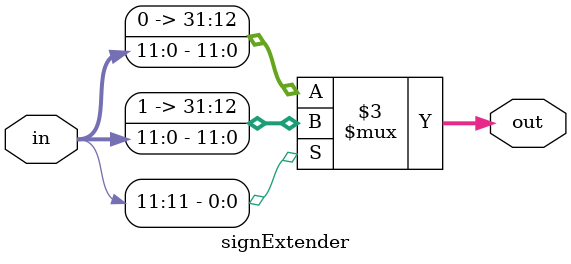
<source format=v>
module signExtender (in, out);
input [11:0] in;
output reg [31:0] out;

always begin
	if (in[11])
		out <= {20'b11111111111111111111,in};
	else
		out <= {20'b00000000000000000000,in};
end

endmodule
</source>
